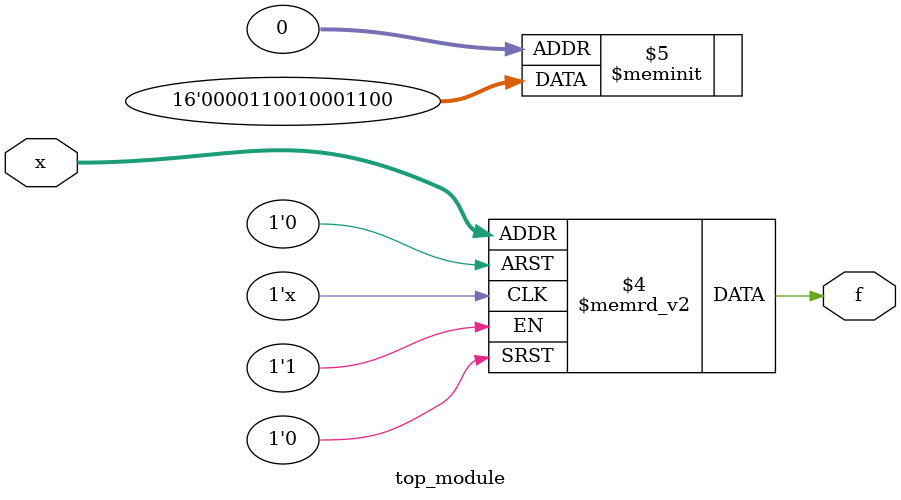
<source format=sv>
module top_module (
    input [4:1] x,
    output logic f
);

always_comb begin
    case ({x[4], x[3], x[2], x[1]})
        4'b0000: f = 1'b0; // x[3]x[4] = 00, x[1]x[2] = 00
        4'b0001: f = 1'b0; // x[3]x[4] = 00, x[1]x[2] = 01
        4'b0011: f = 1'b1; // x[3]x[4] = 00, x[1]x[2] = 11
        4'b0010: f = 1'b1; // x[3]x[4] = 00, x[1]x[2] = 10
        4'b0101: f = 1'b0; // x[3]x[4] = 01, x[1]x[2] = 01
        4'b0111: f = 1'b1; // x[3]x[4] = 01, x[1]x[2] = 11
        4'b0110: f = 1'b0; // x[3]x[4] = 01, x[1]x[2] = 10
        4'b1011: f = 1'b1; // x[3]x[4] = 11, x[1]x[2] = 11
        4'b1010: f = 1'b1; // x[3]x[4] = 11, x[1]x[2] = 10
        default: f = 1'b0; // Don't care cases
    endcase
end

endmodule

</source>
